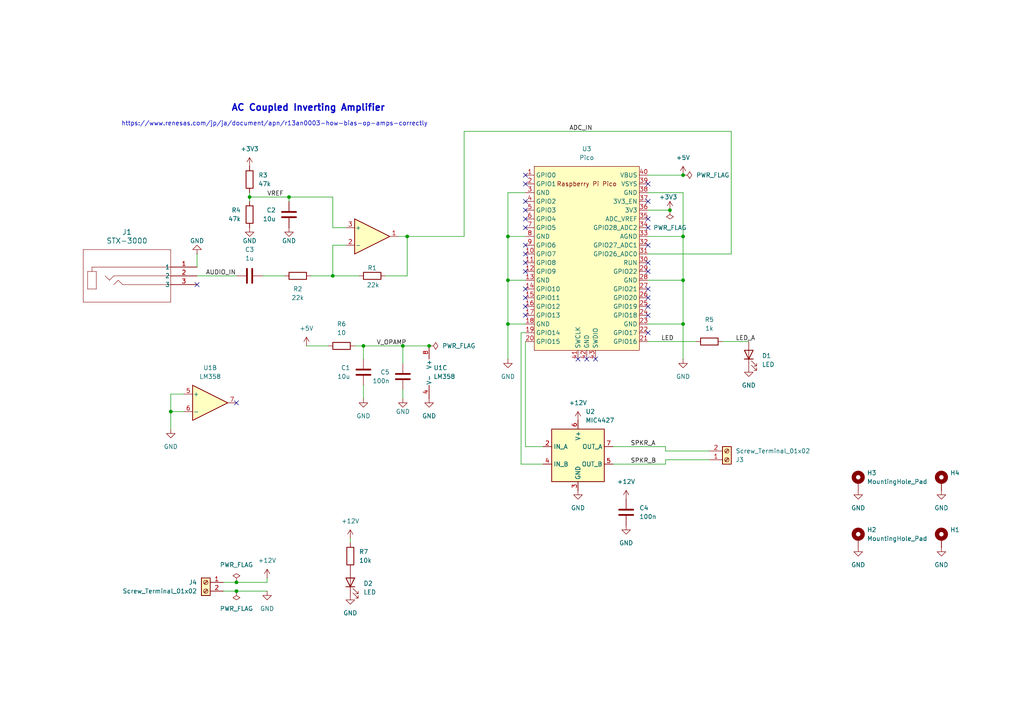
<source format=kicad_sch>
(kicad_sch (version 20231120) (generator "eeschema") (generator_version "8.0")
  (paper "A4")
  (title_block (title "Sound Gun") (date "2024-02-29") (rev "0"))
  (lib_symbols
    (symbol "Amplifier_Operational:LM358" (pin_names (offset 0.127))
      (property "Reference" "U" (at 0 5.08 0))
      (property "Value" "LM358" (at 0 -5.08 0))
      (symbol "LM358_1_1"
        (polyline (pts (xy -5.08 5.08) (xy 5.08 0) (xy -5.08 -5.08) (xy -5.08 5.08)) (stroke (width 0.254)) (fill (type background)))
        (pin output line (at 7.62 0 180) (length 2.54) (name "~") (number "1"))
        (pin input line (at -7.62 -2.54 0) (length 2.54) (name "-") (number "2"))
        (pin input line (at -7.62 2.54 0) (length 2.54) (name "+") (number "3"))
      )
      (symbol "LM358_2_1"
        (polyline (pts (xy -5.08 5.08) (xy 5.08 0) (xy -5.08 -5.08) (xy -5.08 5.08)) (stroke (width 0.254)) (fill (type background)))
        (pin input line (at -7.62 2.54 0) (length 2.54) (name "+") (number "5"))
        (pin input line (at -7.62 -2.54 0) (length 2.54) (name "-") (number "6"))
        (pin output line (at 7.62 0 180) (length 2.54) (name "~") (number "7"))
      )
      (symbol "LM358_3_1"
        (pin power_in line (at -2.54 -7.62 90) (length 3.81) (name "V-") (number "4"))
        (pin power_in line (at -2.54 7.62 270) (length 3.81) (name "V+") (number "8"))
      )
    )
    (symbol "Connector:Screw_Terminal_01x02" (pin_names (offset 1.016) hide)
      (property "Reference" "J" (at 0 2.54 0))
      (property "Value" "Screw_Terminal_01x02" (at 0 -5.08 0))
      (symbol "Screw_Terminal_01x02_1_1"
        (rectangle (start -1.27 1.27) (end 1.27 -3.81) (stroke (width 0.254)) (fill (type background)))
        (circle (center 0 -2.54) (radius 0.635) (stroke (width 0.1524)))
        (polyline (pts (xy -0.5334 -2.2098) (xy 0.3302 -3.048)) (stroke (width 0.1524)))
        (polyline (pts (xy -0.5334 0.3302) (xy 0.3302 -0.508)) (stroke (width 0.1524)))
        (polyline (pts (xy -0.3556 -2.032) (xy 0.508 -2.8702)) (stroke (width 0.1524)))
        (polyline (pts (xy -0.3556 0.508) (xy 0.508 -0.3302)) (stroke (width 0.1524)))
        (circle (center 0 0) (radius 0.635) (stroke (width 0.1524)))
        (pin passive line (at -5.08 0 0) (length 3.81) (name "Pin_1") (number "1"))
        (pin passive line (at -5.08 -2.54 0) (length 3.81) (name "Pin_2") (number "2"))
      )
    )
    (symbol "Device:C" (pin_numbers hide) (pin_names (offset 0.254))
      (property "Reference" "C" (at 0.635 2.54 0))
      (property "Value" "C" (at 0.635 -2.54 0))
      (symbol "C_0_1"
        (polyline (pts (xy -2.032 -0.762) (xy 2.032 -0.762)) (stroke (width 0.508)))
        (polyline (pts (xy -2.032 0.762) (xy 2.032 0.762)) (stroke (width 0.508)))
      )
      (symbol "C_1_1"
        (pin passive line (at 0 3.81 270) (length 2.794) (name "~") (number "1"))
        (pin passive line (at 0 -3.81 90) (length 2.794) (name "~") (number "2"))
      )
    )
    (symbol "Device:LED" (pin_numbers hide) (pin_names (offset 1.016) hide)
      (property "Reference" "D" (at 0 2.54 0))
      (property "Value" "LED" (at 0 -2.54 0))
      (symbol "LED_0_1"
        (polyline (pts (xy -1.27 -1.27) (xy -1.27 1.27)) (stroke (width 0.254)))
        (polyline (pts (xy -1.27 0) (xy 1.27 0)))
        (polyline (pts (xy 1.27 -1.27) (xy 1.27 1.27) (xy -1.27 0) (xy 1.27 -1.27)) (stroke (width 0.254)))
        (polyline (pts (xy -3.048 -0.762) (xy -4.572 -2.286) (xy -3.81 -2.286) (xy -4.572 -2.286) (xy -4.572 -1.524)))
        (polyline (pts (xy -1.778 -0.762) (xy -3.302 -2.286) (xy -2.54 -2.286) (xy -3.302 -2.286) (xy -3.302 -1.524)))
      )
      (symbol "LED_1_1"
        (pin passive line (at -3.81 0 0) (length 2.54) (name "K") (number "1"))
        (pin passive line (at 3.81 0 180) (length 2.54) (name "A") (number "2"))
      )
    )
    (symbol "Device:R" (pin_numbers hide) (pin_names (offset 0))
      (property "Reference" "R" (at 2.032 0 90))
      (property "Value" "R" (at 0 0 90))
      (symbol "R_0_1"
        (rectangle (start -1.016 -2.54) (end 1.016 2.54) (stroke (width 0.254)))
      )
      (symbol "R_1_1"
        (pin passive line (at 0 3.81 270) (length 1.27) (name "~") (number "1"))
        (pin passive line (at 0 -3.81 90) (length 1.27) (name "~") (number "2"))
      )
    )
    (symbol "Driver_FET:MIC4427"
      (property "Reference" "U" (at -7.62 8.89 0))
      (property "Value" "MIC4427" (at 1.27 8.89 0))
      (symbol "MIC4427_0_1"
        (rectangle (start -7.62 -7.62) (end 7.62 7.62) (stroke (width 0.254)) (fill (type background)))
      )
      (symbol "MIC4427_1_1"
        (pin no_connect line (at -7.62 0 0) (length 2.54) hide (name "NC") (number "1"))
        (pin input line (at -10.16 2.54 0) (length 2.54) (name "IN_A") (number "2"))
        (pin power_in line (at 0 -10.16 90) (length 2.54) (name "GND") (number "3"))
        (pin input line (at -10.16 -2.54 0) (length 2.54) (name "IN_B") (number "4"))
        (pin output line (at 10.16 -2.54 180) (length 2.54) (name "OUT_B") (number "5"))
        (pin power_in line (at 0 10.16 270) (length 2.54) (name "V+") (number "6"))
        (pin output line (at 10.16 2.54 180) (length 2.54) (name "OUT_A") (number "7"))
        (pin no_connect line (at 7.62 0 180) (length 2.54) hide (name "NC") (number "8"))
      )
    )
    (symbol "MCU_RaspberryPi_and_Boards:Pico"
      (property "Reference" "U" (at -13.97 27.94 0))
      (property "Value" "Pico" (at 0 19.05 0))
      (symbol "Pico_0_0"
        (text "Raspberry Pi Pico" (at 0 21.59 0) (effects (font (size 1.27 1.27))))
      )
      (symbol "Pico_0_1"
        (rectangle (start -15.24 26.67) (end 15.24 -26.67) (fill (type background)))
      )
      (symbol "Pico_1_1"
        (pin bidirectional line (at -17.78 24.13 0) (length 2.54) (name "GPIO0") (number "1"))
        (pin bidirectional line (at -17.78 1.27 0) (length 2.54) (name "GPIO7") (number "10"))
        (pin bidirectional line (at -17.78 -1.27 0) (length 2.54) (name "GPIO8") (number "11"))
        (pin bidirectional line (at -17.78 -3.81 0) (length 2.54) (name "GPIO9") (number "12"))
        (pin power_in line (at -17.78 -6.35 0) (length 2.54) (name "GND") (number "13"))
        (pin bidirectional line (at -17.78 -8.89 0) (length 2.54) (name "GPIO10") (number "14"))
        (pin bidirectional line (at -17.78 -11.43 0) (length 2.54) (name "GPIO11") (number "15"))
        (pin bidirectional line (at -17.78 -13.97 0) (length 2.54) (name "GPIO12") (number "16"))
        (pin bidirectional line (at -17.78 -16.51 0) (length 2.54) (name "GPIO13") (number "17"))
        (pin power_in line (at -17.78 -19.05 0) (length 2.54) (name "GND") (number "18"))
        (pin bidirectional line (at -17.78 -21.59 0) (length 2.54) (name "GPIO14") (number "19"))
        (pin bidirectional line (at -17.78 21.59 0) (length 2.54) (name "GPIO1") (number "2"))
        (pin bidirectional line (at -17.78 -24.13 0) (length 2.54) (name "GPIO15") (number "20"))
        (pin bidirectional line (at 17.78 -24.13 180) (length 2.54) (name "GPIO16") (number "21"))
        (pin bidirectional line (at 17.78 -21.59 180) (length 2.54) (name "GPIO17") (number "22"))
        (pin power_in line (at 17.78 -19.05 180) (length 2.54) (name "GND") (number "23"))
        (pin bidirectional line (at 17.78 -16.51 180) (length 2.54) (name "GPIO18") (number "24"))
        (pin bidirectional line (at 17.78 -13.97 180) (length 2.54) (name "GPIO19") (number "25"))
        (pin bidirectional line (at 17.78 -11.43 180) (length 2.54) (name "GPIO20") (number "26"))
        (pin bidirectional line (at 17.78 -8.89 180) (length 2.54) (name "GPIO21") (number "27"))
        (pin power_in line (at 17.78 -6.35 180) (length 2.54) (name "GND") (number "28"))
        (pin bidirectional line (at 17.78 -3.81 180) (length 2.54) (name "GPIO22") (number "29"))
        (pin power_in line (at -17.78 19.05 0) (length 2.54) (name "GND") (number "3"))
        (pin input line (at 17.78 -1.27 180) (length 2.54) (name "RUN") (number "30"))
        (pin bidirectional line (at 17.78 1.27 180) (length 2.54) (name "GPIO26_ADC0") (number "31"))
        (pin bidirectional line (at 17.78 3.81 180) (length 2.54) (name "GPIO27_ADC1") (number "32"))
        (pin power_in line (at 17.78 6.35 180) (length 2.54) (name "AGND") (number "33"))
        (pin bidirectional line (at 17.78 8.89 180) (length 2.54) (name "GPIO28_ADC2") (number "34"))
        (pin power_in line (at 17.78 11.43 180) (length 2.54) (name "ADC_VREF") (number "35"))
        (pin power_in line (at 17.78 13.97 180) (length 2.54) (name "3V3") (number "36"))
        (pin input line (at 17.78 16.51 180) (length 2.54) (name "3V3_EN") (number "37"))
        (pin bidirectional line (at 17.78 19.05 180) (length 2.54) (name "GND") (number "38"))
        (pin power_in line (at 17.78 21.59 180) (length 2.54) (name "VSYS") (number "39"))
        (pin bidirectional line (at -17.78 16.51 0) (length 2.54) (name "GPIO2") (number "4"))
        (pin power_in line (at 17.78 24.13 180) (length 2.54) (name "VBUS") (number "40"))
        (pin input line (at -2.54 -29.21 90) (length 2.54) (name "SWCLK") (number "41"))
        (pin power_in line (at 0 -29.21 90) (length 2.54) (name "GND") (number "42"))
        (pin bidirectional line (at 2.54 -29.21 90) (length 2.54) (name "SWDIO") (number "43"))
        (pin bidirectional line (at -17.78 13.97 0) (length 2.54) (name "GPIO3") (number "5"))
        (pin bidirectional line (at -17.78 11.43 0) (length 2.54) (name "GPIO4") (number "6"))
        (pin bidirectional line (at -17.78 8.89 0) (length 2.54) (name "GPIO5") (number "7"))
        (pin power_in line (at -17.78 6.35 0) (length 2.54) (name "GND") (number "8"))
        (pin bidirectional line (at -17.78 3.81 0) (length 2.54) (name "GPIO6") (number "9"))
      )
    )
    (symbol "Mechanical:MountingHole_Pad" (pin_numbers hide) (pin_names (offset 1.016) hide)
      (property "Reference" "H" (at 0 6.35 0))
      (property "Value" "MountingHole_Pad" (at 0 4.445 0))
      (symbol "MountingHole_Pad_0_1"
        (circle (center 0 1.27) (radius 1.27) (stroke (width 1.27)))
      )
      (symbol "MountingHole_Pad_1_1"
        (pin input line (at 0 -2.54 90) (length 2.54) (name "1") (number "1"))
      )
    )
    (symbol "STX3000:STX-3000" (pin_names (offset 0.254))
      (property "Reference" "J" (at -20.32 10.16 0))
      (property "Value" "STX-3000" (at -20.32 7.62 0))
      (symbol "STX-3000_0_1"
        (polyline (pts (xy -33.02 -10.16) (xy -7.62 -10.16)) (stroke (width 0.127)))
        (polyline (pts (xy -33.02 5.08) (xy -33.02 -10.16)) (stroke (width 0.127)))
        (polyline (pts (xy -31.75 -6.35) (xy -31.75 -1.27)) (stroke (width 0.127)))
        (polyline (pts (xy -31.75 -1.27) (xy -29.21 -1.27)) (stroke (width 0.127)))
        (polyline (pts (xy -30.48 0) (xy -30.48 -1.27)) (stroke (width 0.127)))
        (polyline (pts (xy -29.21 -6.35) (xy -31.75 -6.35)) (stroke (width 0.127)))
        (polyline (pts (xy -29.21 -1.27) (xy -29.21 -6.35)) (stroke (width 0.127)))
        (polyline (pts (xy -25.4 -3.81) (xy -26.67 -2.54)) (stroke (width 0.127)))
        (polyline (pts (xy -25.4 -3.81) (xy -24.13 -2.54)) (stroke (width 0.127)))
        (polyline (pts (xy -22.86 -3.81) (xy -24.13 -5.08)) (stroke (width 0.127)))
        (polyline (pts (xy -21.59 -5.08) (xy -22.86 -3.81)) (stroke (width 0.127)))
        (polyline (pts (xy -7.62 -10.16) (xy -7.62 5.08)) (stroke (width 0.127)))
        (polyline (pts (xy -7.62 -5.08) (xy -21.59 -5.08)) (stroke (width 0.127)))
        (polyline (pts (xy -7.62 -2.54) (xy -24.13 -2.54)) (stroke (width 0.127)))
        (polyline (pts (xy -7.62 0) (xy -30.48 0)) (stroke (width 0.127)))
        (polyline (pts (xy -7.62 5.08) (xy -33.02 5.08)) (stroke (width 0.127)))
        (pin unspecified line (at 0 0 180) (length 7.62) (name "1") (number "1"))
        (pin unspecified line (at 0 -2.54 180) (length 7.62) (name "2") (number "2"))
        (pin unspecified line (at 0 -5.08 180) (length 7.62) (name "3") (number "3"))
      )
    )
    (symbol "power:+3V3" (power) (pin_numbers hide) (pin_names (offset 0) hide)
      (property "Value" "+3V3" (at 0 3.556 0))
      (symbol "+3V3_0_1"
        (polyline (pts (xy -0.762 1.27) (xy 0 2.54)))
        (polyline (pts (xy 0 0) (xy 0 2.54)))
        (polyline (pts (xy 0 2.54) (xy 0.762 1.27)))
      )
      (symbol "+3V3_1_1"
        (pin power_in line (at 0 0 90) (length 0) (name "~") (number "1"))
      )
    )
    (symbol "power:+5V" (power) (pin_numbers hide) (pin_names (offset 0) hide)
      (property "Value" "+5V" (at 0 3.556 0))
      (symbol "+5V_0_1"
        (polyline (pts (xy -0.762 1.27) (xy 0 2.54)))
        (polyline (pts (xy 0 0) (xy 0 2.54)))
        (polyline (pts (xy 0 2.54) (xy 0.762 1.27)))
      )
      (symbol "+5V_1_1"
        (pin power_in line (at 0 0 90) (length 0) (name "~") (number "1"))
      )
    )
    (symbol "power:GND" (power) (pin_numbers hide) (pin_names (offset 0) hide)
      (property "Value" "GND" (at 0 -3.81 0))
      (symbol "GND_0_1"
        (polyline (pts (xy 0 0) (xy 0 -1.27) (xy 1.27 -1.27) (xy 0 -2.54) (xy -1.27 -1.27) (xy 0 -1.27)))
      )
      (symbol "GND_1_1"
        (pin power_in line (at 0 0 270) (length 0) (name "~") (number "1"))
      )
    )
    (symbol "power:PWR_FLAG" (power) (pin_numbers hide) (pin_names (offset 0) hide)
      (property "Value" "PWR_FLAG" (at 0 3.81 0))
      (symbol "PWR_FLAG_0_0"
        (pin power_out line (at 0 0 90) (length 0) (name "~") (number "1"))
      )
      (symbol "PWR_FLAG_0_1"
        (polyline (pts (xy 0 0) (xy 0 1.27) (xy -1.016 1.905) (xy 0 2.54) (xy 1.016 1.905) (xy 0 1.27)))
      )
    )
  )
  (junction (at 49.53 119.38))
  (junction (at 68.58 168.91))
  (junction (at 198.12 50.8))
  (junction (at 147.32 93.98))
  (junction (at 198.12 81.28))
  (junction (at 198.12 93.98))
  (junction (at 116.84 100.33))
  (junction (at 72.39 57.15))
  (junction (at 147.32 68.58))
  (junction (at 124.46 100.33))
  (junction (at 118.11 68.58))
  (junction (at 198.12 68.58))
  (junction (at 96.52 80.01))
  (junction (at 83.82 57.15))
  (junction (at 194.31 60.96))
  (junction (at 147.32 81.28))
  (junction (at 105.41 100.33))
  (junction (at 68.58 171.45))
  (no_connect (at 187.96 76.2))
  (no_connect (at 152.4 53.34))
  (no_connect (at 152.4 58.42))
  (no_connect (at 68.58 116.84))
  (no_connect (at 152.4 50.8))
  (no_connect (at 172.72 104.14))
  (no_connect (at 152.4 63.5))
  (no_connect (at 187.96 96.52))
  (no_connect (at 187.96 53.34))
  (no_connect (at 187.96 83.82))
  (no_connect (at 187.96 91.44))
  (no_connect (at 152.4 73.66))
  (no_connect (at 152.4 71.12))
  (no_connect (at 187.96 63.5))
  (no_connect (at 57.15 82.55))
  (no_connect (at 187.96 71.12))
  (no_connect (at 152.4 60.96))
  (no_connect (at 187.96 66.04))
  (no_connect (at 187.96 88.9))
  (no_connect (at 167.64 104.14))
  (no_connect (at 152.4 66.04))
  (no_connect (at 152.4 91.44))
  (no_connect (at 187.96 86.36))
  (no_connect (at 152.4 76.2))
  (no_connect (at 152.4 88.9))
  (no_connect (at 152.4 78.74))
  (no_connect (at 170.18 104.14))
  (no_connect (at 152.4 83.82))
  (no_connect (at 187.96 58.42))
  (no_connect (at 152.4 86.36))
  (no_connect (at 187.96 78.74))
  (wire (pts (xy 193.04 130.81) (xy 205.74 130.81)))
  (wire (pts (xy 77.47 168.91) (xy 77.47 167.64)))
  (wire (pts (xy 111.76 80.01) (xy 118.11 80.01)))
  (wire (pts (xy 118.11 68.58) (xy 115.57 68.58)))
  (wire (pts (xy 198.12 104.14) (xy 198.12 93.98)))
  (wire (pts (xy 77.47 171.45) (xy 68.58 171.45)))
  (wire (pts (xy 64.77 168.91) (xy 68.58 168.91)))
  (wire (pts (xy 147.32 68.58) (xy 147.32 55.88)))
  (wire (pts (xy 147.32 81.28) (xy 152.4 81.28)))
  (wire (pts (xy 57.15 73.66) (xy 57.15 77.47)))
  (wire (pts (xy 53.34 114.3) (xy 49.53 114.3)))
  (wire (pts (xy 102.87 100.33) (xy 105.41 100.33)))
  (wire (pts (xy 198.12 55.88) (xy 187.96 55.88)))
  (wire (pts (xy 152.4 96.52) (xy 151.13 96.52)))
  (wire (pts (xy 96.52 71.12) (xy 100.33 71.12)))
  (wire (pts (xy 187.96 50.8) (xy 198.12 50.8)))
  (wire (pts (xy 72.39 57.15) (xy 72.39 58.42)))
  (wire (pts (xy 151.13 134.62) (xy 157.48 134.62)))
  (wire (pts (xy 151.13 96.52) (xy 151.13 134.62)))
  (wire (pts (xy 68.58 171.45) (xy 64.77 171.45)))
  (wire (pts (xy 72.39 57.15) (xy 83.82 57.15)))
  (wire (pts (xy 187.96 93.98) (xy 198.12 93.98)))
  (wire (pts (xy 118.11 80.01) (xy 118.11 68.58)))
  (wire (pts (xy 96.52 80.01) (xy 96.52 71.12)))
  (wire (pts (xy 187.96 73.66) (xy 212.09 73.66)))
  (wire (pts (xy 147.32 81.28) (xy 147.32 68.58)))
  (wire (pts (xy 83.82 57.15) (xy 83.82 58.42)))
  (wire (pts (xy 147.32 93.98) (xy 147.32 81.28)))
  (wire (pts (xy 209.55 99.06) (xy 217.17 99.06)))
  (wire (pts (xy 88.9 100.33) (xy 95.25 100.33)))
  (wire (pts (xy 49.53 119.38) (xy 49.53 124.46)))
  (wire (pts (xy 101.6 157.48) (xy 101.6 156.21)))
  (wire (pts (xy 187.96 99.06) (xy 201.93 99.06)))
  (wire (pts (xy 118.11 68.58) (xy 134.62 68.58)))
  (wire (pts (xy 96.52 66.04) (xy 100.33 66.04)))
  (wire (pts (xy 177.8 134.62) (xy 193.04 134.62)))
  (wire (pts (xy 72.39 55.88) (xy 72.39 57.15)))
  (wire (pts (xy 198.12 81.28) (xy 198.12 68.58)))
  (wire (pts (xy 193.04 129.54) (xy 193.04 130.81)))
  (wire (pts (xy 152.4 99.06) (xy 152.4 129.54)))
  (wire (pts (xy 105.41 100.33) (xy 116.84 100.33)))
  (wire (pts (xy 147.32 55.88) (xy 152.4 55.88)))
  (wire (pts (xy 49.53 114.3) (xy 49.53 119.38)))
  (wire (pts (xy 193.04 133.35) (xy 205.74 133.35)))
  (wire (pts (xy 83.82 57.15) (xy 96.52 57.15)))
  (wire (pts (xy 147.32 93.98) (xy 152.4 93.98)))
  (wire (pts (xy 152.4 129.54) (xy 157.48 129.54)))
  (wire (pts (xy 212.09 73.66) (xy 212.09 38.1)))
  (wire (pts (xy 147.32 104.14) (xy 147.32 93.98)))
  (wire (pts (xy 76.2 80.01) (xy 82.55 80.01)))
  (wire (pts (xy 57.15 80.01) (xy 68.58 80.01)))
  (wire (pts (xy 68.58 168.91) (xy 77.47 168.91)))
  (wire (pts (xy 134.62 38.1) (xy 134.62 68.58)))
  (wire (pts (xy 96.52 57.15) (xy 96.52 66.04)))
  (wire (pts (xy 49.53 119.38) (xy 53.34 119.38)))
  (wire (pts (xy 212.09 38.1) (xy 134.62 38.1)))
  (wire (pts (xy 177.8 129.54) (xy 193.04 129.54)))
  (wire (pts (xy 147.32 68.58) (xy 152.4 68.58)))
  (wire (pts (xy 116.84 100.33) (xy 124.46 100.33)))
  (wire (pts (xy 198.12 93.98) (xy 198.12 81.28)))
  (wire (pts (xy 105.41 104.14) (xy 105.41 100.33)))
  (wire (pts (xy 198.12 68.58) (xy 198.12 55.88)))
  (wire (pts (xy 105.41 111.76) (xy 105.41 115.57)))
  (wire (pts (xy 193.04 134.62) (xy 193.04 133.35)))
  (wire (pts (xy 187.96 81.28) (xy 198.12 81.28)))
  (wire (pts (xy 116.84 100.33) (xy 116.84 105.41)))
  (wire (pts (xy 116.84 115.57) (xy 116.84 113.03)))
  (wire (pts (xy 90.17 80.01) (xy 96.52 80.01)))
  (wire (pts (xy 194.31 60.96) (xy 187.96 60.96)))
  (wire (pts (xy 96.52 80.01) (xy 104.14 80.01)))
  (wire (pts (xy 187.96 68.58) (xy 198.12 68.58)))
  (text "https://www.renesas.com/jp/ja/document/apn/r13an0003-how-bias-op-amps-correctly" (at 79.629 35.941 0) (effects (font (size 1.27 1.27))))
  (text "AC Coupled Inverting Amplifier" (at 89.408 31.369 0) (effects (font (size 1.905 1.905) (thickness 0.381) (bold yes))))
  (label "V_OPAMP" (at 109.22 100.33 0))
  (label "SPKR_B" (at 182.88 134.62 0))
  (label "LED" (at 191.77 99.06 0))
  (label "LED_A" (at 213.36 99.06 0))
  (label "SPKR_A" (at 182.88 129.54 0))
  (label "VREF" (at 77.47 57.15 0))
  (label "ADC_IN" (at 165.1 38.1 0))
  (label "AUDIO_IN" (at 59.69 80.01 0))
  (symbol (lib_id "Mechanical:MountingHole_Pad") (at 273.05 156.21 0) (unit 1)
    (property "Reference" "H1" (at 275.59 153.6699 0) (effects (justify left)))
    (property "Value" "MountingHole_Pad" (effects (hide yes)))
    (property "Footprint" "MountingHole:MountingHole_3.2mm_M3_DIN965_Pad" (effects (hide yes)))
    (property "Description" "Mounting Hole with connection" (effects (hide yes)))
  )
  (symbol (lib_id "Device:R") (at 86.36 80.01 90) (unit 1)
    (property "Reference" "R2" (at 86.36 83.82 90))
    (property "Value" "22k" (at 86.36 86.36 90))
    (property "Footprint" "Resistor_THT:R_Axial_DIN0204_L3.6mm_D1.6mm_P7.62mm_Horizontal" (effects (hide yes)))
    (property "Description" "Resistor" (effects (hide yes)))
  )
  (symbol (lib_id "Driver_FET:MIC4427") (at 167.64 132.08 0) (unit 1)
    (property "Reference" "U2" (at 169.8341 119.38 0) (effects (justify left)))
    (property "Value" "MIC4427" (at 169.8341 121.92 0) (effects (justify left)))
    (property "Footprint" "Package_DIP:DIP-8_W7.62mm_LongPads" (effects (hide yes)))
    (property "Datasheet" "http://ww1.microchip.com/downloads/en/DeviceDoc/mic4426.pdf" (effects (hide yes)))
    (property "Description" "Dual 1.5A-Peak Low-Side MOSFET Driver, DIP-8/SOIC-8/MSOP-8" (effects (hide yes)))
  )
  (symbol (lib_id "STX3000:STX-3000") (at 57.15 77.47 0) (unit 1)
    (property "Reference" "J1" (at 36.83 67.31 0) (effects (font (size 1.524 1.524))))
    (property "Value" "STX-3000" (at 36.83 69.85 0) (effects (font (size 1.524 1.524))))
    (property "Footprint" "stx3000:STX-3000_KYC" (effects (hide yes)))
    (property "Datasheet" "STX-3000" (effects (hide yes)))
  )
  (symbol (lib_id "Device:LED") (at 217.17 102.87 90) (unit 1)
    (property "Reference" "D1" (at 220.98 103.1874 90) (effects (justify right)))
    (property "Value" "LED" (at 220.98 105.7274 90) (effects (justify right)))
    (property "Footprint" "LED_THT:LED_D5.0mm" (effects (hide yes)))
    (property "Description" "Light emitting diode" (effects (hide yes)))
  )
  (symbol (lib_id "power:GND") (at 273.05 158.75 0) (unit 1)
    (property "Reference" "#PWR016" (effects (hide yes)))
    (property "Value" "GND" (at 273.05 163.83 0))
    (property "Description" "Power symbol creates a global label with name \"GND\" , ground" (effects (hide yes)))
  )
  (symbol (lib_id "Mechanical:MountingHole_Pad") (at 248.92 156.21 0) (unit 1)
    (property "Reference" "H2" (at 251.46 153.6699 0) (effects (justify left)))
    (property "Value" "MountingHole_Pad" (at 251.46 156.2099 0) (effects (justify left)))
    (property "Footprint" "MountingHole:MountingHole_3.2mm_M3_DIN965_Pad" (effects (hide yes)))
    (property "Description" "Mounting Hole with connection" (effects (hide yes)))
  )
  (symbol (lib_id "power:+5V") (at 88.9 100.33 0) (unit 1)
    (property "Reference" "#PWR03" (effects (hide yes)))
    (property "Value" "+5V" (at 88.9 95.25 0))
    (property "Description" "Power symbol creates a global label with name \"+5V\"" (effects (hide yes)))
  )
  (symbol (lib_id "Device:C") (at 83.82 62.23 0) (mirror x) (unit 1)
    (property "Reference" "C2" (at 80.01 60.9599 0) (effects (justify right)))
    (property "Value" "10u" (at 80.01 63.4999 0) (effects (justify right)))
    (property "Footprint" "Capacitor_THT:C_Disc_D4.7mm_W2.5mm_P5.00mm" (effects (hide yes)))
    (property "Description" "Unpolarized capacitor" (effects (hide yes)))
  )
  (symbol (lib_id "power:GND") (at 273.05 142.24 0) (unit 1)
    (property "Reference" "#PWR023" (effects (hide yes)))
    (property "Value" "GND" (at 273.05 147.32 0))
    (property "Description" "Power symbol creates a global label with name \"GND\" , ground" (effects (hide yes)))
  )
  (symbol (lib_id "power:GND") (at 116.84 115.57 0) (unit 1)
    (property "Reference" "#PWR014" (effects (hide yes)))
    (property "Value" "GND" (at 116.84 119.38 0))
    (property "Description" "Power symbol creates a global label with name \"GND\" , ground" (effects (hide yes)))
  )
  (symbol (lib_id "power:+5V") (at 101.6 156.21 0) (unit 1)
    (property "Reference" "#PWR025" (effects (hide yes)))
    (property "Value" "+12V" (at 101.6 151.13 0))
    (property "Description" "Power symbol creates a global label with name \"+5V\"" (effects (hide yes)))
  )
  (symbol (lib_id "Device:R") (at 72.39 52.07 180) (unit 1)
    (property "Reference" "R3" (at 74.93 50.7999 0) (effects (justify right)))
    (property "Value" "47k" (at 74.93 53.3399 0) (effects (justify right)))
    (property "Footprint" "Resistor_THT:R_Axial_DIN0204_L3.6mm_D1.6mm_P7.62mm_Horizontal" (effects (hide yes)))
    (property "Description" "Resistor" (effects (hide yes)))
  )
  (symbol (lib_id "power:+5V") (at 167.64 121.92 0) (unit 1)
    (property "Reference" "#PWR019" (effects (hide yes)))
    (property "Value" "+12V" (at 167.64 116.84 0))
    (property "Description" "Power symbol creates a global label with name \"+5V\"" (effects (hide yes)))
  )
  (symbol (lib_id "power:+3V3") (at 194.31 60.96 0) (unit 1)
    (property "Reference" "#PWR09" (effects (hide yes)))
    (property "Value" "+3V3" (at 193.802 57.15 0))
    (property "Description" "Power symbol creates a global label with name \"+3V3\"" (effects (hide yes)))
  )
  (symbol (lib_id "Device:R") (at 101.6 161.29 0) (unit 1)
    (property "Reference" "R7" (at 104.14 160.0199 0) (effects (justify left)))
    (property "Value" "10k" (at 104.14 162.5599 0) (effects (justify left)))
    (property "Footprint" "Resistor_THT:R_Axial_DIN0204_L3.6mm_D1.6mm_P7.62mm_Horizontal" (effects (hide yes)))
    (property "Description" "Resistor" (effects (hide yes)))
  )
  (symbol (lib_id "Device:C") (at 181.61 148.59 180) (unit 1)
    (property "Reference" "C4" (at 185.42 147.3199 0) (effects (justify right)))
    (property "Value" "100n" (at 185.42 149.8599 0) (effects (justify right)))
    (property "Footprint" "Capacitor_THT:C_Disc_D3.8mm_W2.6mm_P2.50mm" (effects (hide yes)))
    (property "Description" "Unpolarized capacitor" (effects (hide yes)))
  )
  (symbol (lib_id "Amplifier_Operational:LM358") (at 60.96 116.84 0) (unit 2)
    (property "Reference" "U1" (at 60.96 106.68 0))
    (property "Value" "LM358" (at 60.96 109.22 0))
    (property "Footprint" "Package_DIP:DIP-8_W7.62mm_LongPads" (effects (hide yes)))
    (property "Datasheet" "http://www.ti.com/lit/ds/symlink/lm2904-n.pdf" (effects (hide yes)))
    (property "Description" "Low-Power, Dual Operational Amplifiers, DIP-8/SOIC-8/TO-99-8" (effects (hide yes)))
  )
  (symbol (lib_id "power:GND") (at 77.47 171.45 0) (unit 1)
    (property "Reference" "#PWR017" (effects (hide yes)))
    (property "Value" "GND" (at 77.47 176.53 0))
    (property "Description" "Power symbol creates a global label with name \"GND\" , ground" (effects (hide yes)))
  )
  (symbol (lib_id "Device:LED") (at 101.6 168.91 90) (unit 1)
    (property "Reference" "D2" (at 105.41 169.2274 90) (effects (justify right)))
    (property "Value" "LED" (at 105.41 171.7674 90) (effects (justify right)))
    (property "Footprint" "LED_THT:LED_D5.0mm" (effects (hide yes)))
    (property "Description" "Light emitting diode" (effects (hide yes)))
  )
  (symbol (lib_id "power:GND") (at 248.92 142.24 0) (unit 1)
    (property "Reference" "#PWR022" (effects (hide yes)))
    (property "Value" "GND" (at 248.92 147.32 0))
    (property "Description" "Power symbol creates a global label with name \"GND\" , ground" (effects (hide yes)))
  )
  (symbol (lib_id "power:PWR_FLAG") (at 198.12 50.8 270) (unit 1)
    (property "Reference" "#FLG02" (effects (hide yes)))
    (property "Value" "PWR_FLAG" (at 201.93 50.7999 90) (effects (justify left)))
    (property "Description" "Special symbol for telling ERC where power comes from" (effects (hide yes)))
  )
  (symbol (lib_id "power:GND") (at 248.92 158.75 0) (unit 1)
    (property "Reference" "#PWR015" (effects (hide yes)))
    (property "Value" "GND" (at 248.92 163.83 0))
    (property "Description" "Power symbol creates a global label with name \"GND\" , ground" (effects (hide yes)))
  )
  (symbol (lib_id "power:+5V") (at 77.47 167.64 0) (unit 1)
    (property "Reference" "#PWR018" (effects (hide yes)))
    (property "Value" "+12V" (at 77.47 162.56 0))
    (property "Description" "Power symbol creates a global label with name \"+5V\"" (effects (hide yes)))
  )
  (symbol (lib_id "power:GND") (at 124.46 115.57 0) (unit 1)
    (property "Reference" "#PWR02" (effects (hide yes)))
    (property "Value" "GND" (at 124.46 120.65 0))
    (property "Description" "Power symbol creates a global label with name \"GND\" , ground" (effects (hide yes)))
  )
  (symbol (lib_id "Device:R") (at 72.39 62.23 0) (mirror x) (unit 1)
    (property "Reference" "R4" (at 69.85 60.9599 0) (effects (justify right)))
    (property "Value" "47k" (at 69.85 63.4999 0) (effects (justify right)))
    (property "Footprint" "Resistor_THT:R_Axial_DIN0204_L3.6mm_D1.6mm_P7.62mm_Horizontal" (effects (hide yes)))
    (property "Description" "Resistor" (effects (hide yes)))
  )
  (symbol (lib_id "Connector:Screw_Terminal_01x02") (at 59.69 168.91 0) (mirror y) (unit 1)
    (property "Reference" "J4" (at 57.15 168.9099 0) (effects (justify left)))
    (property "Value" "Screw_Terminal_01x02" (at 57.15 171.4499 0) (effects (justify left)))
    (property "Footprint" "TerminalBlock_Phoenix:TerminalBlock_Phoenix_PT-1,5-2-3.5-H_1x02_P3.50mm_Horizontal" (effects (hide yes)))
    (property "Description" "Generic screw terminal, single row, 01x02, script generated (kicad-library-utils/schlib/autogen/connector/)" (effects (hide yes)))
  )
  (symbol (lib_id "MCU_RaspberryPi_and_Boards:Pico") (at 170.18 74.93 0) (unit 1)
    (property "Reference" "U3" (at 170.18 43.18 0))
    (property "Value" "Pico" (at 170.18 45.72 0))
    (property "Footprint" "MCU_RaspberryPi_and_Boards:RPi_Pico_SMD_TH" (effects (hide yes)))
  )
  (symbol (lib_id "Device:C") (at 72.39 80.01 90) (mirror x) (unit 1)
    (property "Reference" "C3" (at 72.39 72.39 90))
    (property "Value" "1u" (at 72.39 74.93 90))
    (property "Footprint" "Capacitor_THT:C_Disc_D4.7mm_W2.5mm_P5.00mm" (effects (hide yes)))
    (property "Description" "Unpolarized capacitor" (effects (hide yes)))
  )
  (symbol (lib_id "Device:R") (at 107.95 80.01 90) (unit 1)
    (property "Reference" "R1" (at 107.95 77.724 90))
    (property "Value" "22k" (at 108.204 82.677 90))
    (property "Footprint" "Resistor_THT:R_Axial_DIN0204_L3.6mm_D1.6mm_P7.62mm_Horizontal" (effects (hide yes)))
    (property "Description" "Resistor" (effects (hide yes)))
  )
  (symbol (lib_id "power:GND") (at 49.53 124.46 0) (unit 1)
    (property "Reference" "#PWR01" (effects (hide yes)))
    (property "Value" "GND" (at 49.53 129.54 0))
    (property "Description" "Power symbol creates a global label with name \"GND\" , ground" (effects (hide yes)))
  )
  (symbol (lib_id "power:GND") (at 217.17 106.68 0) (unit 1)
    (property "Reference" "#PWR011" (effects (hide yes)))
    (property "Value" "GND" (at 217.17 111.76 0))
    (property "Description" "Power symbol creates a global label with name \"GND\" , ground" (effects (hide yes)))
  )
  (symbol (lib_id "power:GND") (at 72.39 66.04 0) (unit 1)
    (property "Reference" "#PWR06" (effects (hide yes)))
    (property "Value" "GND" (at 72.39 69.85 0))
    (property "Description" "Power symbol creates a global label with name \"GND\" , ground" (effects (hide yes)))
  )
  (symbol (lib_id "power:GND") (at 198.12 104.14 0) (unit 1)
    (property "Reference" "#PWR08" (effects (hide yes)))
    (property "Value" "GND" (at 198.12 109.22 0))
    (property "Description" "Power symbol creates a global label with name \"GND\" , ground" (effects (hide yes)))
  )
  (symbol (lib_id "Device:R") (at 205.74 99.06 90) (unit 1)
    (property "Reference" "R5" (at 205.74 92.71 90))
    (property "Value" "1k" (at 205.74 95.25 90))
    (property "Footprint" "Resistor_THT:R_Axial_DIN0204_L3.6mm_D1.6mm_P7.62mm_Horizontal" (effects (hide yes)))
    (property "Description" "Resistor" (effects (hide yes)))
  )
  (symbol (lib_id "Amplifier_Operational:LM358") (at 107.95 68.58 0) (unit 1)
    (property "Reference" "U1" (effects (hide yes)))
    (property "Value" "LM358" (effects (hide yes)))
    (property "Footprint" "Package_DIP:DIP-8_W7.62mm_LongPads" (effects (hide yes)))
    (property "Datasheet" "http://www.ti.com/lit/ds/symlink/lm2904-n.pdf" (effects (hide yes)))
    (property "Description" "Low-Power, Dual Operational Amplifiers, DIP-8/SOIC-8/TO-99-8" (effects (hide yes)))
  )
  (symbol (lib_id "Device:C") (at 116.84 109.22 0) (mirror x) (unit 1)
    (property "Reference" "C5" (at 113.03 107.9499 0) (effects (justify right)))
    (property "Value" "100n" (at 113.03 110.4899 0) (effects (justify right)))
    (property "Footprint" "Capacitor_THT:C_Disc_D3.8mm_W2.6mm_P2.50mm" (effects (hide yes)))
    (property "Description" "Unpolarized capacitor" (effects (hide yes)))
  )
  (symbol (lib_id "power:PWR_FLAG") (at 68.58 171.45 180) (unit 1)
    (property "Reference" "#FLG05" (effects (hide yes)))
    (property "Value" "PWR_FLAG" (at 68.58 176.53 0))
    (property "Description" "Special symbol for telling ERC where power comes from" (effects (hide yes)))
  )
  (symbol (lib_id "power:+3V3") (at 72.39 48.26 0) (unit 1)
    (property "Reference" "#PWR05" (effects (hide yes)))
    (property "Value" "+3V3" (at 72.39 43.18 0))
    (property "Description" "Power symbol creates a global label with name \"+3V3\"" (effects (hide yes)))
  )
  (symbol (lib_id "power:+5V") (at 198.12 50.8 0) (unit 1)
    (property "Reference" "#PWR010" (effects (hide yes)))
    (property "Value" "+5V" (at 198.12 45.72 0))
    (property "Description" "Power symbol creates a global label with name \"+5V\"" (effects (hide yes)))
  )
  (symbol (lib_id "Device:R") (at 99.06 100.33 90) (unit 1)
    (property "Reference" "R6" (at 99.06 93.98 90))
    (property "Value" "10" (at 99.06 96.52 90))
    (property "Footprint" "Resistor_THT:R_Axial_DIN0204_L3.6mm_D1.6mm_P7.62mm_Horizontal" (effects (hide yes)))
    (property "Description" "Resistor" (effects (hide yes)))
  )
  (symbol (lib_id "power:PWR_FLAG") (at 68.58 168.91 0) (unit 1)
    (property "Reference" "#FLG03" (effects (hide yes)))
    (property "Value" "PWR_FLAG" (at 68.58 163.83 0))
    (property "Description" "Special symbol for telling ERC where power comes from" (effects (hide yes)))
  )
  (symbol (lib_id "power:GND") (at 147.32 104.14 0) (unit 1)
    (property "Reference" "#PWR07" (effects (hide yes)))
    (property "Value" "GND" (at 147.32 109.22 0))
    (property "Description" "Power symbol creates a global label with name \"GND\" , ground" (effects (hide yes)))
  )
  (symbol (lib_id "power:GND") (at 105.41 115.57 0) (unit 1)
    (property "Reference" "#PWR012" (effects (hide yes)))
    (property "Value" "GND" (at 105.41 120.65 0))
    (property "Description" "Power symbol creates a global label with name \"GND\" , ground" (effects (hide yes)))
  )
  (symbol (lib_id "Mechanical:MountingHole_Pad") (at 248.92 139.7 0) (unit 1)
    (property "Reference" "H3" (at 251.46 137.1599 0) (effects (justify left)))
    (property "Value" "MountingHole_Pad" (at 251.46 139.6999 0) (effects (justify left)))
    (property "Footprint" "MountingHole:MountingHole_3.2mm_M3_DIN965_Pad" (effects (hide yes)))
    (property "Description" "Mounting Hole with connection" (effects (hide yes)))
  )
  (symbol (lib_id "power:GND") (at 167.64 142.24 0) (unit 1)
    (property "Reference" "#PWR04" (effects (hide yes)))
    (property "Value" "GND" (at 167.64 147.32 0))
    (property "Description" "Power symbol creates a global label with name \"GND\" , ground" (effects (hide yes)))
  )
  (symbol (lib_id "Mechanical:MountingHole_Pad") (at 273.05 139.7 0) (unit 1)
    (property "Reference" "H4" (at 275.59 137.1599 0) (effects (justify left)))
    (property "Value" "MountingHole_Pad" (effects (hide yes)))
    (property "Footprint" "MountingHole:MountingHole_3.2mm_M3_DIN965_Pad" (effects (hide yes)))
    (property "Description" "Mounting Hole with connection" (effects (hide yes)))
  )
  (symbol (lib_id "power:GND") (at 181.61 152.4 0) (unit 1)
    (property "Reference" "#PWR021" (effects (hide yes)))
    (property "Value" "GND" (at 181.61 157.48 0))
    (property "Description" "Power symbol creates a global label with name \"GND\" , ground" (effects (hide yes)))
  )
  (symbol (lib_id "power:GND") (at 57.15 73.66 180) (unit 1)
    (property "Reference" "#PWR026" (effects (hide yes)))
    (property "Value" "GND" (at 57.15 69.85 0))
    (property "Description" "Power symbol creates a global label with name \"GND\" , ground" (effects (hide yes)))
  )
  (symbol (lib_id "Amplifier_Operational:LM358") (at 127 107.95 0) (unit 3)
    (property "Reference" "U1" (at 125.73 106.6799 0) (effects (justify left)))
    (property "Value" "LM358" (at 125.73 109.2199 0) (effects (justify left)))
    (property "Footprint" "Package_DIP:DIP-8_W7.62mm_LongPads" (effects (hide yes)))
    (property "Datasheet" "http://www.ti.com/lit/ds/symlink/lm2904-n.pdf" (effects (hide yes)))
    (property "Description" "Low-Power, Dual Operational Amplifiers, DIP-8/SOIC-8/TO-99-8" (effects (hide yes)))
  )
  (symbol (lib_id "power:PWR_FLAG") (at 194.31 60.96 180) (unit 1)
    (property "Reference" "#FLG01" (effects (hide yes)))
    (property "Value" "PWR_FLAG" (at 194.31 66.04 0))
    (property "Description" "Special symbol for telling ERC where power comes from" (effects (hide yes)))
  )
  (symbol (lib_id "power:+5V") (at 181.61 144.78 0) (unit 1)
    (property "Reference" "#PWR020" (effects (hide yes)))
    (property "Value" "+12V" (at 181.61 139.7 0))
    (property "Description" "Power symbol creates a global label with name \"+5V\"" (effects (hide yes)))
  )
  (symbol (lib_id "Device:C") (at 105.41 107.95 0) (mirror x) (unit 1)
    (property "Reference" "C1" (at 101.6 106.6799 0) (effects (justify right)))
    (property "Value" "10u" (at 101.6 109.2199 0) (effects (justify right)))
    (property "Footprint" "Capacitor_THT:C_Disc_D4.7mm_W2.5mm_P5.00mm" (effects (hide yes)))
    (property "Description" "Unpolarized capacitor" (effects (hide yes)))
  )
  (symbol (lib_id "Connector:Screw_Terminal_01x02") (at 210.82 133.35 0) (mirror x) (unit 1)
    (property "Reference" "J3" (at 213.36 133.3501 0) (effects (justify left)))
    (property "Value" "Screw_Terminal_01x02" (at 213.36 130.8101 0) (effects (justify left)))
    (property "Footprint" "TerminalBlock_Phoenix:TerminalBlock_Phoenix_PT-1,5-2-3.5-H_1x02_P3.50mm_Horizontal" (effects (hide yes)))
    (property "Description" "Generic screw terminal, single row, 01x02, script generated (kicad-library-utils/schlib/autogen/connector/)" (effects (hide yes)))
  )
  (symbol (lib_id "power:PWR_FLAG") (at 124.46 100.33 270) (unit 1)
    (property "Reference" "#FLG04" (effects (hide yes)))
    (property "Value" "PWR_FLAG" (at 128.27 100.3299 90) (effects (justify left)))
    (property "Description" "Special symbol for telling ERC where power comes from" (effects (hide yes)))
  )
  (symbol (lib_id "power:GND") (at 83.82 66.04 0) (unit 1)
    (property "Reference" "#PWR013" (effects (hide yes)))
    (property "Value" "GND" (at 83.82 69.85 0))
    (property "Description" "Power symbol creates a global label with name \"GND\" , ground" (effects (hide yes)))
  )
  (symbol (lib_id "power:GND") (at 101.6 172.72 0) (unit 1)
    (property "Reference" "#PWR024" (effects (hide yes)))
    (property "Value" "GND" (at 101.6 177.8 0))
    (property "Description" "Power symbol creates a global label with name \"GND\" , ground" (effects (hide yes)))
  )
)
</source>
